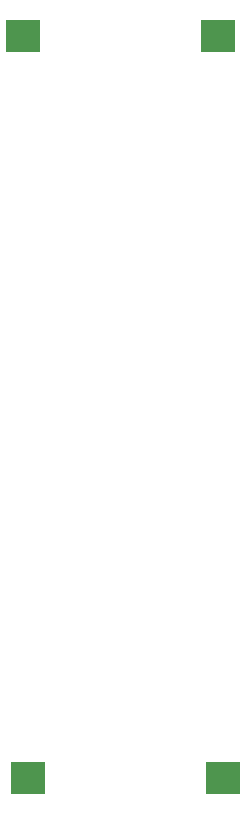
<source format=gbr>
G04 EAGLE Gerber X2 export*
%TF.Part,Single*%
%TF.FileFunction,Paste,Top*%
%TF.FilePolarity,Positive*%
%TF.GenerationSoftware,Autodesk,EAGLE,8.6.3*%
%TF.CreationDate,2019-08-01T17:55:08Z*%
G75*
%MOMM*%
%FSLAX34Y34*%
%LPD*%
%AMOC8*
5,1,8,0,0,1.08239X$1,22.5*%
G01*
%ADD10R,2.920000X2.790000*%


D10*
X908050Y273050D03*
X742950Y273050D03*
X904240Y901700D03*
X739140Y901700D03*
M02*

</source>
